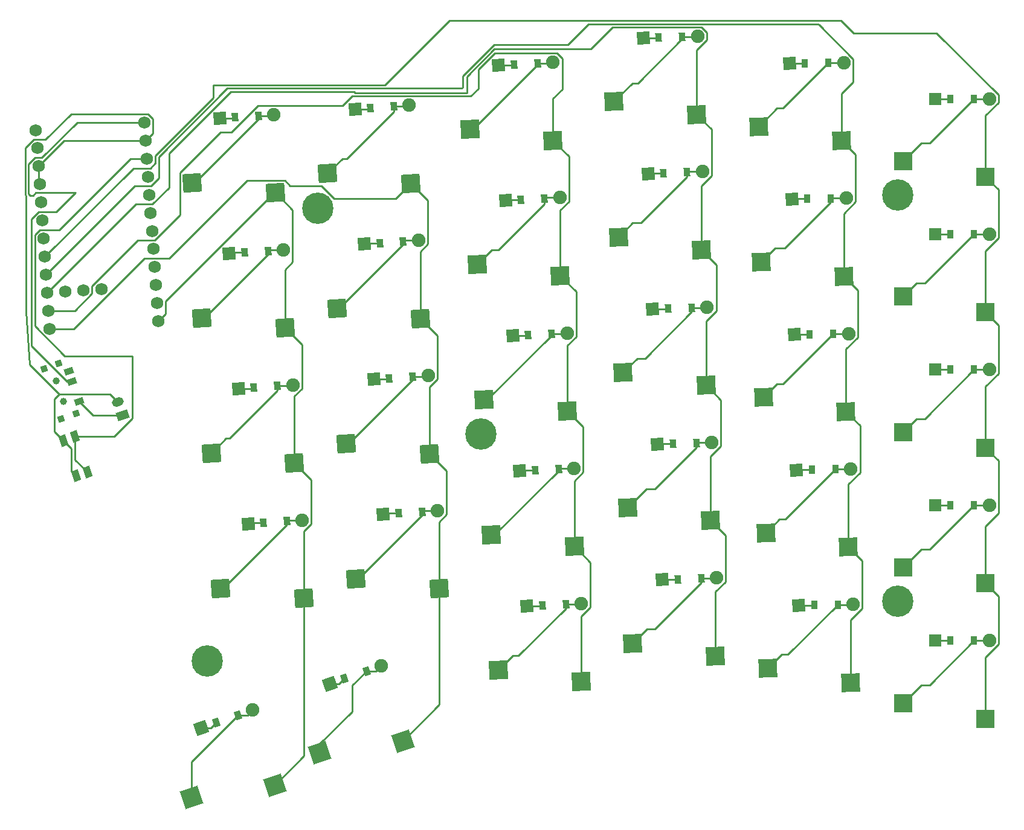
<source format=gbr>
%TF.GenerationSoftware,KiCad,Pcbnew,8.0.4*%
%TF.CreationDate,2024-08-23T21:58:39-04:00*%
%TF.ProjectId,right,72696768-742e-46b6-9963-61645f706362,v1.0.0*%
%TF.SameCoordinates,Original*%
%TF.FileFunction,Copper,L2,Bot*%
%TF.FilePolarity,Positive*%
%FSLAX46Y46*%
G04 Gerber Fmt 4.6, Leading zero omitted, Abs format (unit mm)*
G04 Created by KiCad (PCBNEW 8.0.4) date 2024-08-23 21:58:39*
%MOMM*%
%LPD*%
G01*
G04 APERTURE LIST*
G04 Aperture macros list*
%AMHorizOval*
0 Thick line with rounded ends*
0 $1 width*
0 $2 $3 position (X,Y) of the first rounded end (center of the circle)*
0 $4 $5 position (X,Y) of the second rounded end (center of the circle)*
0 Add line between two ends*
20,1,$1,$2,$3,$4,$5,0*
0 Add two circle primitives to create the rounded ends*
1,1,$1,$2,$3*
1,1,$1,$4,$5*%
%AMRotRect*
0 Rectangle, with rotation*
0 The origin of the aperture is its center*
0 $1 length*
0 $2 width*
0 $3 Rotation angle, in degrees counterclockwise*
0 Add horizontal line*
21,1,$1,$2,0,0,$3*%
G04 Aperture macros list end*
%TA.AperFunction,SMDPad,CuDef*%
%ADD10RotRect,0.900000X0.900000X109.000000*%
%TD*%
%TA.AperFunction,WasherPad*%
%ADD11C,1.000000*%
%TD*%
%TA.AperFunction,SMDPad,CuDef*%
%ADD12RotRect,0.900000X1.250000X109.000000*%
%TD*%
%TA.AperFunction,ComponentPad*%
%ADD13C,1.752600*%
%TD*%
%TA.AperFunction,SMDPad,CuDef*%
%ADD14RotRect,2.600000X2.600000X182.000000*%
%TD*%
%TA.AperFunction,ComponentPad*%
%ADD15RotRect,1.778000X1.778000X1.000000*%
%TD*%
%TA.AperFunction,SMDPad,CuDef*%
%ADD16RotRect,0.900000X1.200000X1.000000*%
%TD*%
%TA.AperFunction,ComponentPad*%
%ADD17C,1.905000*%
%TD*%
%TA.AperFunction,ComponentPad*%
%ADD18RotRect,1.778000X1.778000X3.000000*%
%TD*%
%TA.AperFunction,SMDPad,CuDef*%
%ADD19RotRect,0.900000X1.200000X3.000000*%
%TD*%
%TA.AperFunction,ComponentPad*%
%ADD20C,0.700000*%
%TD*%
%TA.AperFunction,ComponentPad*%
%ADD21C,4.400000*%
%TD*%
%TA.AperFunction,ComponentPad*%
%ADD22RotRect,1.778000X1.778000X4.000000*%
%TD*%
%TA.AperFunction,SMDPad,CuDef*%
%ADD23RotRect,0.900000X1.200000X4.000000*%
%TD*%
%TA.AperFunction,SMDPad,CuDef*%
%ADD24RotRect,2.600000X2.600000X184.000000*%
%TD*%
%TA.AperFunction,SMDPad,CuDef*%
%ADD25RotRect,2.600000X2.600000X183.000000*%
%TD*%
%TA.AperFunction,ComponentPad*%
%ADD26R,1.778000X1.778000*%
%TD*%
%TA.AperFunction,SMDPad,CuDef*%
%ADD27R,0.900000X1.200000*%
%TD*%
%TA.AperFunction,ComponentPad*%
%ADD28RotRect,1.778000X1.778000X2.000000*%
%TD*%
%TA.AperFunction,SMDPad,CuDef*%
%ADD29RotRect,0.900000X1.200000X2.000000*%
%TD*%
%TA.AperFunction,ComponentPad*%
%ADD30RotRect,1.778000X1.778000X19.000000*%
%TD*%
%TA.AperFunction,SMDPad,CuDef*%
%ADD31RotRect,0.900000X1.200000X19.000000*%
%TD*%
%TA.AperFunction,SMDPad,CuDef*%
%ADD32R,2.600000X2.600000*%
%TD*%
%TA.AperFunction,SMDPad,CuDef*%
%ADD33RotRect,2.600000X2.600000X199.000000*%
%TD*%
%TA.AperFunction,SMDPad,CuDef*%
%ADD34RotRect,2.600000X2.600000X181.000000*%
%TD*%
%TA.AperFunction,SMDPad,CuDef*%
%ADD35RotRect,1.550000X1.000000X109.000000*%
%TD*%
%TA.AperFunction,ComponentPad*%
%ADD36RotRect,1.200000X1.700000X109.000000*%
%TD*%
%TA.AperFunction,ComponentPad*%
%ADD37HorizOval,1.200000X0.236380X0.081392X-0.236380X-0.081392X0*%
%TD*%
%TA.AperFunction,Conductor*%
%ADD38C,0.250000*%
%TD*%
G04 APERTURE END LIST*
D10*
%TO.P,T1,*%
%TO.N,*%
X223529671Y-163874580D03*
X225609812Y-163158330D03*
D11*
X223853491Y-161436314D03*
X222876787Y-158599758D03*
D10*
X221120466Y-156877742D03*
X223200607Y-156161492D03*
D12*
%TO.P,T1,1*%
%TO.N,pos*%
X226059618Y-161469899D03*
%TO.P,T1,2*%
%TO.N,RAW*%
X225082914Y-158633343D03*
%TO.P,T1,3*%
%TO.N,N/C*%
X224594562Y-157215065D03*
%TD*%
D13*
%TO.P,MCU1,1*%
%TO.N,P006*%
X220009645Y-123400285D03*
%TO.P,MCU1,2*%
%TO.N,P008*%
X220186826Y-125934097D03*
%TO.P,MCU1,3*%
%TO.N,GND*%
X220364008Y-128467910D03*
%TO.P,MCU1,4*%
X220541189Y-131001723D03*
%TO.P,MCU1,5*%
%TO.N,P017*%
X220718371Y-133535535D03*
%TO.P,MCU1,6*%
%TO.N,P020*%
X220895552Y-136069348D03*
%TO.P,MCU1,7*%
%TO.N,P022*%
X221072734Y-138603161D03*
%TO.P,MCU1,8*%
%TO.N,P024*%
X221249915Y-141136973D03*
%TO.P,MCU1,9*%
%TO.N,P100*%
X221427097Y-143670786D03*
%TO.P,MCU1,10*%
%TO.N,P011*%
X221604278Y-146204599D03*
%TO.P,MCU1,11*%
%TO.N,P104*%
X221781459Y-148738411D03*
%TO.P,MCU1,12*%
%TO.N,P106*%
X221958641Y-151272224D03*
%TO.P,MCU1,13*%
%TO.N,P009*%
X237161517Y-150209135D03*
%TO.P,MCU1,14*%
%TO.N,P010*%
X236984336Y-147675323D03*
%TO.P,MCU1,15*%
%TO.N,P111*%
X236807154Y-145141510D03*
%TO.P,MCU1,16*%
%TO.N,P113*%
X236629973Y-142607697D03*
%TO.P,MCU1,17*%
%TO.N,P115*%
X236452791Y-140073885D03*
%TO.P,MCU1,18*%
%TO.N,P002*%
X236275610Y-137540072D03*
%TO.P,MCU1,19*%
%TO.N,P029*%
X236098428Y-135006259D03*
%TO.P,MCU1,20*%
%TO.N,P031*%
X235921247Y-132472447D03*
%TO.P,MCU1,21*%
%TO.N,VCC*%
X235744065Y-129938634D03*
%TO.P,MCU1,22*%
%TO.N,RST*%
X235566884Y-127404821D03*
%TO.P,MCU1,23*%
%TO.N,GND*%
X235389703Y-124871009D03*
%TO.P,MCU1,24*%
%TO.N,RAW*%
X235212521Y-122337196D03*
%TO.P,MCU1,31*%
%TO.N,P101*%
X224138091Y-146027417D03*
%TO.P,MCU1,32*%
%TO.N,P102*%
X226671903Y-145850236D03*
%TO.P,MCU1,33*%
%TO.N,P107*%
X229205716Y-145673054D03*
%TD*%
D14*
%TO.P,S13,1*%
%TO.N,P011*%
X313923827Y-159187434D03*
%TO.P,S13,2*%
%TO.N,mirror_ring_home*%
X302304084Y-157391863D03*
%TD*%
D15*
%TO.P,D10,1*%
%TO.N,P031*%
X325613202Y-114078831D03*
D16*
X327772873Y-114041133D03*
%TO.P,D10,2*%
%TO.N,mirror_pinky_num*%
X331072371Y-113983541D03*
D17*
X333232042Y-113945843D03*
%TD*%
D18*
%TO.P,D16,1*%
%TO.N,P113*%
X288819165Y-190199720D03*
D19*
X290976205Y-190086674D03*
%TO.P,D16,2*%
%TO.N,mirror_middle_mod*%
X294271683Y-189913966D03*
D17*
X296428723Y-189800920D03*
%TD*%
D20*
%TO.P,_3,1*%
%TO.N,N/C*%
X280706308Y-166091274D03*
X281127858Y-164900855D03*
X281249982Y-167231109D03*
X282267693Y-164357181D03*
D21*
X282354047Y-166004920D03*
D20*
X282440401Y-167652659D03*
X283458112Y-164778731D03*
X283580236Y-167108985D03*
X284001786Y-165918566D03*
%TD*%
D22*
%TO.P,D21,1*%
%TO.N,P115*%
X268698468Y-177305233D03*
D23*
X270853206Y-177154559D03*
%TO.P,D21,2*%
%TO.N,mirror_index_bottom*%
X274145168Y-176924363D03*
D17*
X276299906Y-176773689D03*
%TD*%
D22*
%TO.P,D25,1*%
%TO.N,P115*%
X249744751Y-178630606D03*
D23*
X251899489Y-178479932D03*
%TO.P,D25,2*%
%TO.N,mirror_inner_bottom*%
X255191451Y-178249736D03*
D17*
X257346189Y-178099062D03*
%TD*%
D18*
%TO.P,D17,1*%
%TO.N,P115*%
X287824782Y-171225759D03*
D19*
X289981822Y-171112713D03*
%TO.P,D17,2*%
%TO.N,mirror_middle_bottom*%
X293277300Y-170940005D03*
D17*
X295434340Y-170826959D03*
%TD*%
D15*
%TO.P,D6,1*%
%TO.N,P113*%
X326939585Y-190067256D03*
D16*
X329099256Y-190029558D03*
%TO.P,D6,2*%
%TO.N,mirror_pinky_mod*%
X332398754Y-189971966D03*
D17*
X334558425Y-189934268D03*
%TD*%
D24*
%TO.P,S23,1*%
%TO.N,P106*%
X273879296Y-149826902D03*
%TO.P,S23,2*%
%TO.N,mirror_index_top*%
X262203967Y-148437948D03*
%TD*%
D25*
%TO.P,S19,1*%
%TO.N,P104*%
X293484385Y-143842029D03*
%TO.P,S19,2*%
%TO.N,mirror_middle_top*%
X281835074Y-142249525D03*
%TD*%
D26*
%TO.P,D4,1*%
%TO.N,P029*%
X346026267Y-138000000D03*
D27*
X348186267Y-138000000D03*
%TO.P,D4,2*%
%TO.N,mirror_outer_top*%
X351486267Y-138000000D03*
D17*
X353646267Y-138000000D03*
%TD*%
D28*
%TO.P,D15,1*%
%TO.N,P031*%
X305134813Y-110514515D03*
D29*
X307293497Y-110439132D03*
%TO.P,D15,2*%
%TO.N,mirror_ring_num*%
X310591487Y-110323964D03*
D17*
X312750171Y-110248581D03*
%TD*%
D30*
%TO.P,D29,1*%
%TO.N,P113*%
X261171833Y-201044565D03*
D31*
X263214153Y-200341337D03*
%TO.P,D29,2*%
%TO.N,mirror_space_thumb*%
X266334365Y-199266963D03*
D17*
X268376685Y-198563735D03*
%TD*%
D20*
%TO.P,_2,1*%
%TO.N,N/C*%
X339186267Y-189500000D03*
X339669541Y-188333274D03*
X339669541Y-190666726D03*
X340836267Y-187850000D03*
D21*
X340836267Y-189500000D03*
D20*
X340836267Y-191150000D03*
X342002993Y-188333274D03*
X342002993Y-190666726D03*
X342486267Y-189500000D03*
%TD*%
D32*
%TO.P,S3,1*%
%TO.N,P024*%
X353111267Y-167950000D03*
%TO.P,S3,2*%
%TO.N,mirror_outer_home*%
X341561267Y-165750000D03*
%TD*%
D30*
%TO.P,D30,1*%
%TO.N,P113*%
X243206980Y-207230360D03*
D31*
X245249300Y-206527132D03*
%TO.P,D30,2*%
%TO.N,mirror_mod_thumb*%
X248369512Y-205452758D03*
D17*
X250411832Y-204749530D03*
%TD*%
D33*
%TO.P,S29,1*%
%TO.N,P106*%
X271435803Y-209091343D03*
%TO.P,S29,2*%
%TO.N,mirror_space_thumb*%
X259798813Y-210771514D03*
%TD*%
D34*
%TO.P,S10,1*%
%TO.N,P100*%
X332888227Y-124903512D03*
%TO.P,S10,2*%
%TO.N,mirror_pinky_num*%
X321301591Y-122905423D03*
%TD*%
D32*
%TO.P,S1,1*%
%TO.N,P024*%
X353111267Y-205950000D03*
%TO.P,S1,2*%
%TO.N,mirror_outer_mod*%
X341561267Y-203750000D03*
%TD*%
D24*
%TO.P,S28,1*%
%TO.N,P009*%
X253600206Y-132198558D03*
%TO.P,S28,2*%
%TO.N,mirror_inner_num*%
X241924877Y-130809604D03*
%TD*%
D18*
%TO.P,D20,1*%
%TO.N,P031*%
X284841632Y-114303875D03*
D19*
X286998672Y-114190829D03*
%TO.P,D20,2*%
%TO.N,mirror_middle_num*%
X290294150Y-114018121D03*
D17*
X292451190Y-113905075D03*
%TD*%
D18*
%TO.P,D18,1*%
%TO.N,P002*%
X286830399Y-152251798D03*
D19*
X288987439Y-152138752D03*
%TO.P,D18,2*%
%TO.N,mirror_middle_home*%
X292282917Y-151966044D03*
D17*
X294439957Y-151852998D03*
%TD*%
D22*
%TO.P,D27,1*%
%TO.N,P029*%
X247094005Y-140723172D03*
D23*
X249248743Y-140572498D03*
%TO.P,D27,2*%
%TO.N,mirror_inner_top*%
X252540705Y-140342302D03*
D17*
X254695443Y-140191628D03*
%TD*%
D22*
%TO.P,D24,1*%
%TO.N,P031*%
X264722349Y-120444082D03*
D23*
X266877087Y-120293408D03*
%TO.P,D24,2*%
%TO.N,mirror_index_num*%
X270169049Y-120063212D03*
D17*
X272323787Y-119912538D03*
%TD*%
D20*
%TO.P,_1,1*%
%TO.N,N/C*%
X339186267Y-132500000D03*
X339669541Y-131333274D03*
X339669541Y-133666726D03*
X340836267Y-130850000D03*
D21*
X340836267Y-132500000D03*
D20*
X340836267Y-134150000D03*
X342002993Y-131333274D03*
X342002993Y-133666726D03*
X342486267Y-132500000D03*
%TD*%
D28*
%TO.P,D11,1*%
%TO.N,P113*%
X307787175Y-186468218D03*
D29*
X309945859Y-186392835D03*
%TO.P,D11,2*%
%TO.N,mirror_ring_mod*%
X313243849Y-186277667D03*
D17*
X315402533Y-186202284D03*
%TD*%
D28*
%TO.P,D14,1*%
%TO.N,P029*%
X305797903Y-129502941D03*
D29*
X307956587Y-129427558D03*
%TO.P,D14,2*%
%TO.N,mirror_ring_top*%
X311254577Y-129312390D03*
D17*
X313413261Y-129237007D03*
%TD*%
D20*
%TO.P,_5,1*%
%TO.N,N/C*%
X242449414Y-198395672D03*
X242526510Y-197135173D03*
X243286208Y-199341495D03*
X244546707Y-199418591D03*
D21*
X244009520Y-197858485D03*
D20*
X243472333Y-196298379D03*
X244732832Y-196375475D03*
X245492530Y-198581797D03*
X245569626Y-197321298D03*
%TD*%
D25*
%TO.P,S17,1*%
%TO.N,P104*%
X295473152Y-181789952D03*
%TO.P,S17,2*%
%TO.N,mirror_middle_bottom*%
X283823841Y-180197448D03*
%TD*%
D24*
%TO.P,S22,1*%
%TO.N,P106*%
X275204669Y-168780619D03*
%TO.P,S22,2*%
%TO.N,mirror_index_home*%
X263529340Y-167391665D03*
%TD*%
D15*
%TO.P,D8,1*%
%TO.N,P002*%
X326276393Y-152073043D03*
D16*
X328436064Y-152035345D03*
%TO.P,D8,2*%
%TO.N,mirror_pinky_home*%
X331735562Y-151977753D03*
D17*
X333895233Y-151940055D03*
%TD*%
D26*
%TO.P,D5,1*%
%TO.N,P031*%
X346026267Y-119000000D03*
D27*
X348186267Y-119000000D03*
%TO.P,D5,2*%
%TO.N,mirror_outer_num*%
X351486267Y-119000000D03*
D17*
X353646267Y-119000000D03*
%TD*%
D26*
%TO.P,D1,1*%
%TO.N,P113*%
X346026267Y-195000000D03*
D27*
X348186267Y-195000000D03*
%TO.P,D1,2*%
%TO.N,mirror_outer_mod*%
X351486267Y-195000000D03*
D17*
X353646267Y-195000000D03*
%TD*%
D34*
%TO.P,S7,1*%
%TO.N,P100*%
X333883014Y-181894831D03*
%TO.P,S7,2*%
%TO.N,mirror_pinky_bottom*%
X322296378Y-179896742D03*
%TD*%
D33*
%TO.P,S30,1*%
%TO.N,P009*%
X253470950Y-215277137D03*
%TO.P,S30,2*%
%TO.N,mirror_mod_thumb*%
X241833960Y-216957308D03*
%TD*%
D32*
%TO.P,S4,1*%
%TO.N,P024*%
X353111267Y-148950000D03*
%TO.P,S4,2*%
%TO.N,mirror_outer_top*%
X341561267Y-146750000D03*
%TD*%
D24*
%TO.P,S24,1*%
%TO.N,P106*%
X272553923Y-130873185D03*
%TO.P,S24,2*%
%TO.N,mirror_index_num*%
X260878594Y-129484231D03*
%TD*%
%TO.P,S21,1*%
%TO.N,P106*%
X276530042Y-187734336D03*
%TO.P,S21,2*%
%TO.N,mirror_index_bottom*%
X264854713Y-186345382D03*
%TD*%
D15*
%TO.P,D7,1*%
%TO.N,P115*%
X326607989Y-171070149D03*
D16*
X328767660Y-171032451D03*
%TO.P,D7,2*%
%TO.N,mirror_pinky_bottom*%
X332067158Y-170974859D03*
D17*
X334226829Y-170937161D03*
%TD*%
D26*
%TO.P,D2,1*%
%TO.N,P115*%
X346026267Y-176000000D03*
D27*
X348186267Y-176000000D03*
%TO.P,D2,2*%
%TO.N,mirror_outer_bottom*%
X351486267Y-176000000D03*
D17*
X353646267Y-176000000D03*
%TD*%
D35*
%TO.P,B1,1*%
%TO.N,GND*%
X225609161Y-171910365D03*
X223899928Y-166946393D03*
%TO.P,B1,2*%
%TO.N,RST*%
X227216542Y-171356899D03*
X225507309Y-166392927D03*
%TD*%
D32*
%TO.P,S2,1*%
%TO.N,P024*%
X353111267Y-186950000D03*
%TO.P,S2,2*%
%TO.N,mirror_outer_bottom*%
X341561267Y-184750000D03*
%TD*%
D34*
%TO.P,S9,1*%
%TO.N,P100*%
X333219823Y-143900618D03*
%TO.P,S9,2*%
%TO.N,mirror_pinky_top*%
X321633187Y-141902529D03*
%TD*%
D20*
%TO.P,_4,1*%
%TO.N,N/C*%
X257843159Y-134458088D03*
X258243869Y-133260493D03*
X258406643Y-135588261D03*
X259374042Y-132697009D03*
D21*
X259489140Y-134342990D03*
D20*
X259604238Y-135988971D03*
X260571637Y-133097719D03*
X260734411Y-135425487D03*
X261135121Y-134227892D03*
%TD*%
D14*
%TO.P,S15,1*%
%TO.N,P011*%
X312597646Y-121210582D03*
%TO.P,S15,2*%
%TO.N,mirror_ring_num*%
X300977903Y-119415011D03*
%TD*%
D24*
%TO.P,S27,1*%
%TO.N,P009*%
X254925579Y-151152275D03*
%TO.P,S27,2*%
%TO.N,mirror_inner_top*%
X243250250Y-149763321D03*
%TD*%
D25*
%TO.P,S16,1*%
%TO.N,P104*%
X296467535Y-200763913D03*
%TO.P,S16,2*%
%TO.N,mirror_middle_mod*%
X284818224Y-199171409D03*
%TD*%
D36*
%TO.P,JST1,1*%
%TO.N,pos*%
X232158839Y-163441609D03*
D37*
%TO.P,JST1,2*%
%TO.N,GND*%
X231507703Y-161550571D03*
%TD*%
D34*
%TO.P,S8,1*%
%TO.N,P100*%
X333551418Y-162897725D03*
%TO.P,S8,2*%
%TO.N,mirror_pinky_home*%
X321964782Y-160899636D03*
%TD*%
D28*
%TO.P,D12,1*%
%TO.N,P115*%
X307124084Y-167479792D03*
D29*
X309282768Y-167404409D03*
%TO.P,D12,2*%
%TO.N,mirror_ring_bottom*%
X312580758Y-167289241D03*
D17*
X314739442Y-167213858D03*
%TD*%
D25*
%TO.P,S18,1*%
%TO.N,P104*%
X294478768Y-162815990D03*
%TO.P,S18,2*%
%TO.N,mirror_middle_home*%
X282829457Y-161223486D03*
%TD*%
D14*
%TO.P,S14,1*%
%TO.N,P011*%
X313260737Y-140199008D03*
%TO.P,S14,2*%
%TO.N,mirror_ring_top*%
X301640994Y-138403437D03*
%TD*%
D22*
%TO.P,D26,1*%
%TO.N,P002*%
X248419378Y-159676889D03*
D23*
X250574116Y-159526215D03*
%TO.P,D26,2*%
%TO.N,mirror_inner_home*%
X253866078Y-159296019D03*
D17*
X256020816Y-159145345D03*
%TD*%
D26*
%TO.P,D3,1*%
%TO.N,P002*%
X346026267Y-157000000D03*
D27*
X348186267Y-157000000D03*
%TO.P,D3,2*%
%TO.N,mirror_outer_home*%
X351486267Y-157000000D03*
D17*
X353646267Y-157000000D03*
%TD*%
D14*
%TO.P,S11,1*%
%TO.N,P011*%
X315250008Y-197164285D03*
%TO.P,S11,2*%
%TO.N,mirror_ring_mod*%
X303630265Y-195368714D03*
%TD*%
D25*
%TO.P,S20,1*%
%TO.N,P104*%
X292490002Y-124868068D03*
%TO.P,S20,2*%
%TO.N,mirror_middle_num*%
X280840691Y-123275564D03*
%TD*%
D34*
%TO.P,S6,1*%
%TO.N,P100*%
X334214610Y-200891937D03*
%TO.P,S6,2*%
%TO.N,mirror_pinky_mod*%
X322627974Y-198893848D03*
%TD*%
D14*
%TO.P,S12,1*%
%TO.N,P011*%
X314586918Y-178175859D03*
%TO.P,S12,2*%
%TO.N,mirror_ring_bottom*%
X302967175Y-176380288D03*
%TD*%
D28*
%TO.P,D13,1*%
%TO.N,P002*%
X306460994Y-148491366D03*
D29*
X308619678Y-148415983D03*
%TO.P,D13,2*%
%TO.N,mirror_ring_home*%
X311917668Y-148300815D03*
D17*
X314076352Y-148225432D03*
%TD*%
D22*
%TO.P,D22,1*%
%TO.N,P002*%
X267373095Y-158351516D03*
D23*
X269527833Y-158200842D03*
%TO.P,D22,2*%
%TO.N,mirror_index_home*%
X272819795Y-157970646D03*
D17*
X274974533Y-157819972D03*
%TD*%
D22*
%TO.P,D28,1*%
%TO.N,P031*%
X245768632Y-121769455D03*
D23*
X247923370Y-121618781D03*
%TO.P,D28,2*%
%TO.N,mirror_inner_num*%
X251215332Y-121388585D03*
D17*
X253370070Y-121237911D03*
%TD*%
D24*
%TO.P,S26,1*%
%TO.N,P009*%
X256250952Y-170105992D03*
%TO.P,S26,2*%
%TO.N,mirror_inner_home*%
X244575623Y-168717038D03*
%TD*%
D32*
%TO.P,S5,1*%
%TO.N,P024*%
X353111267Y-129950000D03*
%TO.P,S5,2*%
%TO.N,mirror_outer_num*%
X341561267Y-127750000D03*
%TD*%
D15*
%TO.P,D9,1*%
%TO.N,P029*%
X325944798Y-133075937D03*
D16*
X328104469Y-133038239D03*
%TO.P,D9,2*%
%TO.N,mirror_pinky_top*%
X331403967Y-132980647D03*
D17*
X333563638Y-132942949D03*
%TD*%
D24*
%TO.P,S25,1*%
%TO.N,P009*%
X257576325Y-189059709D03*
%TO.P,S25,2*%
%TO.N,mirror_inner_bottom*%
X245900996Y-187670755D03*
%TD*%
D22*
%TO.P,D23,1*%
%TO.N,P029*%
X266047722Y-139397799D03*
D23*
X268202460Y-139247125D03*
%TO.P,D23,2*%
%TO.N,mirror_index_top*%
X271494422Y-139016929D03*
D17*
X273649160Y-138866255D03*
%TD*%
D18*
%TO.P,D19,1*%
%TO.N,P029*%
X285836015Y-133277837D03*
D19*
X287993055Y-133164791D03*
%TO.P,D19,2*%
%TO.N,mirror_middle_top*%
X291288533Y-132992083D03*
D17*
X293445573Y-132879037D03*
%TD*%
D38*
%TO.N,P024*%
X354923767Y-157529158D02*
X354923767Y-150762500D01*
X353111267Y-197341658D02*
X354923767Y-195529158D01*
X353111267Y-129950000D02*
X353111267Y-121341658D01*
X354923767Y-177136501D02*
X354923767Y-169762500D01*
X245000000Y-117100000D02*
X244859607Y-117100000D01*
X353111267Y-121341658D02*
X354923767Y-119529158D01*
X244859607Y-118903997D02*
X236768184Y-126995420D01*
X353111267Y-205950000D02*
X353111267Y-197341658D01*
X353111267Y-159341658D02*
X354923767Y-157529158D01*
X268900000Y-117100000D02*
X245000000Y-117100000D01*
X354923767Y-169762500D02*
X353111267Y-167950000D01*
X354923767Y-195529158D02*
X354923767Y-188762500D01*
X354923767Y-131762500D02*
X353111267Y-129950000D01*
X354923767Y-138529158D02*
X354923767Y-131762500D01*
X354923767Y-119529158D02*
X354923767Y-118470842D01*
X354923767Y-118470842D02*
X346252925Y-109800000D01*
X354923767Y-150762500D02*
X353111267Y-148950000D01*
X236768184Y-126995420D02*
X236768184Y-128031816D01*
X354923767Y-188762500D02*
X353111267Y-186950000D01*
X236768184Y-128031816D02*
X236062666Y-128737334D01*
X346252925Y-109800000D02*
X334600000Y-109800000D01*
X353111267Y-148950000D02*
X353111267Y-140341658D01*
X236062666Y-128737334D02*
X233649554Y-128737334D01*
X278000000Y-108000000D02*
X268900000Y-117100000D01*
X233649554Y-128737334D02*
X221249915Y-141136973D01*
X353111267Y-186950000D02*
X353111267Y-178949001D01*
X332800000Y-108000000D02*
X278000000Y-108000000D01*
X353111267Y-140341658D02*
X354923767Y-138529158D01*
X334600000Y-109800000D02*
X332800000Y-108000000D01*
X353111267Y-178949001D02*
X354923767Y-177136501D01*
X353111267Y-167950000D02*
X353111267Y-159341658D01*
X244859607Y-117100000D02*
X244859607Y-118903997D01*
%TO.N,mirror_outer_mod*%
X351486267Y-195000000D02*
X353646267Y-195000000D01*
X345260367Y-201225900D02*
X351486267Y-195000000D01*
X344085367Y-201225900D02*
X345260367Y-201225900D01*
X341561267Y-203750000D02*
X344085367Y-201225900D01*
%TO.N,mirror_outer_bottom*%
X345260367Y-182225900D02*
X351486267Y-176000000D01*
X353646267Y-176000000D02*
X351486267Y-176000000D01*
X341561267Y-184750000D02*
X344085367Y-182225900D01*
X344085367Y-182225900D02*
X345260367Y-182225900D01*
%TO.N,mirror_outer_home*%
X343436267Y-163875000D02*
X344611267Y-163875000D01*
X351486267Y-157000000D02*
X353646267Y-157000000D01*
X341561267Y-165750000D02*
X343436267Y-163875000D01*
X344611267Y-163875000D02*
X351486267Y-157000000D01*
%TO.N,mirror_outer_top*%
X343436267Y-144875000D02*
X344611267Y-144875000D01*
X341561267Y-146750000D02*
X343436267Y-144875000D01*
X344611267Y-144875000D02*
X351486267Y-138000000D01*
X353646267Y-138000000D02*
X351486267Y-138000000D01*
%TO.N,mirror_outer_num*%
X345260367Y-125225900D02*
X351486267Y-119000000D01*
X344085367Y-125225900D02*
X345260367Y-125225900D01*
X351486267Y-119000000D02*
X353646267Y-119000000D01*
X341561267Y-127750000D02*
X344085367Y-125225900D01*
%TO.N,P100*%
X237218184Y-127181816D02*
X237218184Y-130163410D01*
X233826736Y-131271147D02*
X221427097Y-143670786D01*
X246850000Y-117550000D02*
X237218184Y-127181816D01*
X334214610Y-192084741D02*
X335835925Y-190463426D01*
X297478919Y-108521081D02*
X329613939Y-108521081D01*
X294600000Y-111400000D02*
X297478919Y-108521081D01*
X329746429Y-108653571D02*
X329613938Y-108521081D01*
X279800000Y-115837531D02*
X284237531Y-111400000D01*
X279650000Y-117550000D02*
X279800000Y-117400000D01*
X335172733Y-145853528D02*
X333219823Y-143900618D01*
X279800000Y-117400000D02*
X279800000Y-115837531D01*
X334509542Y-113416685D02*
X329746429Y-108653571D01*
X237218184Y-130163410D02*
X236110447Y-131271147D01*
X334509542Y-116690458D02*
X334509542Y-113416685D01*
X333883014Y-173087634D02*
X335504329Y-171466319D01*
X335835925Y-183847742D02*
X333883014Y-181894831D01*
X335172733Y-152469213D02*
X335172733Y-145853528D01*
X329613939Y-108521081D02*
X329746429Y-108653571D01*
X236110447Y-131271147D02*
X233826736Y-131271147D01*
X333551418Y-162897725D02*
X333551418Y-154090528D01*
X334841138Y-126856423D02*
X332888227Y-124903512D01*
X246850000Y-117550000D02*
X279650000Y-117550000D01*
X332888227Y-118311773D02*
X334509542Y-116690458D01*
X333219823Y-135093422D02*
X334841138Y-133472107D01*
X334214610Y-200891937D02*
X334214610Y-192084741D01*
X334841138Y-133472107D02*
X334841138Y-126856423D01*
X335504329Y-171466319D02*
X335504329Y-164850636D01*
X335504329Y-164850636D02*
X333551418Y-162897725D01*
X332888227Y-124903512D02*
X332888227Y-118311773D01*
X335835925Y-190463426D02*
X335835925Y-183847742D01*
X284237531Y-111400000D02*
X294600000Y-111400000D01*
X333219823Y-143900618D02*
X333219823Y-135093422D01*
X333883014Y-181894831D02*
X333883014Y-173087634D01*
X333551418Y-154090528D02*
X335172733Y-152469213D01*
%TO.N,mirror_pinky_mod*%
X325409029Y-196961691D02*
X332398754Y-189971966D01*
X332398754Y-189971966D02*
X334520727Y-189971966D01*
X322627974Y-198893848D02*
X324560131Y-196961691D01*
X334520727Y-189971966D02*
X334558425Y-189934268D01*
X324560131Y-196961691D02*
X325409029Y-196961691D01*
%TO.N,mirror_pinky_bottom*%
X332104856Y-170937161D02*
X332067158Y-170974859D01*
X334226829Y-170937161D02*
X332104856Y-170937161D01*
X322296378Y-179896742D02*
X324228535Y-177964585D01*
X325077432Y-177964585D02*
X332067158Y-170974859D01*
X324228535Y-177964585D02*
X325077432Y-177964585D01*
%TO.N,mirror_pinky_home*%
X321964782Y-160899636D02*
X323896939Y-158967479D01*
X323896939Y-158967479D02*
X324745836Y-158967479D01*
X333857535Y-151977753D02*
X333895233Y-151940055D01*
X324745836Y-158967479D02*
X331735562Y-151977753D01*
X331735562Y-151977753D02*
X333857535Y-151977753D01*
%TO.N,mirror_pinky_top*%
X331403967Y-133491195D02*
X331403967Y-132980647D01*
X323565344Y-139970372D02*
X324924790Y-139970372D01*
X321633187Y-141902529D02*
X323565344Y-139970372D01*
X333563638Y-132942949D02*
X331441665Y-132942949D01*
X331441665Y-132942949D02*
X331403967Y-132980647D01*
X324924790Y-139970372D02*
X331403967Y-133491195D01*
%TO.N,mirror_pinky_num*%
X321301591Y-122905423D02*
X323873551Y-120333463D01*
X324722449Y-120333463D02*
X331072371Y-113983541D01*
X333194344Y-113983541D02*
X333232042Y-113945843D01*
X331072371Y-113983541D02*
X333194344Y-113983541D01*
X323873551Y-120333463D02*
X324722449Y-120333463D01*
%TO.N,P011*%
X247304797Y-118000000D02*
X238646479Y-126658318D01*
X300828919Y-108971081D02*
X297800000Y-112000000D01*
X316680033Y-180268974D02*
X314586918Y-178175859D01*
X314690761Y-129766165D02*
X314690761Y-123303697D01*
X312597646Y-112207764D02*
X314027671Y-110777739D01*
X314586918Y-169173040D02*
X316016942Y-167743016D01*
X313923827Y-150184615D02*
X315353852Y-148754590D01*
X264785038Y-118185038D02*
X264600000Y-118000000D01*
X315250008Y-197164285D02*
X315250008Y-188161467D01*
X314027671Y-110777739D02*
X314027671Y-109719423D01*
X313923827Y-159187434D02*
X313923827Y-150184615D01*
X314027671Y-109719423D02*
X313279329Y-108971081D01*
X280400000Y-118185038D02*
X264785038Y-118185038D01*
X315250008Y-188161467D02*
X316680033Y-186731442D01*
X316016942Y-167743016D02*
X316016942Y-161280549D01*
X312597646Y-121210582D02*
X312597646Y-112207764D01*
X313260737Y-140199008D02*
X313260737Y-131196189D01*
X313279329Y-108971081D02*
X300828919Y-108971081D01*
X234003918Y-133804959D02*
X221604278Y-146204599D01*
X284273927Y-112000000D02*
X280400000Y-115873927D01*
X316016942Y-161280549D02*
X313923827Y-159187434D01*
X315353852Y-148754590D02*
X315353852Y-142292123D01*
X314586918Y-178175859D02*
X314586918Y-169173040D01*
X238646479Y-126658318D02*
X238646479Y-131446110D01*
X316680033Y-186731442D02*
X316680033Y-180268974D01*
X313260737Y-131196189D02*
X314690761Y-129766165D01*
X236287630Y-133804959D02*
X234003918Y-133804959D01*
X280400000Y-115873927D02*
X280400000Y-118185038D01*
X297800000Y-112000000D02*
X284273927Y-112000000D01*
X314690761Y-123303697D02*
X312597646Y-121210582D01*
X264600000Y-118000000D02*
X247304797Y-118000000D01*
X238646479Y-131446110D02*
X236287630Y-133804959D01*
X315353852Y-142292123D02*
X313260737Y-140199008D01*
%TO.N,mirror_ring_mod*%
X313243849Y-186878033D02*
X313243849Y-186277667D01*
X313243849Y-186277667D02*
X315327150Y-186277667D01*
X306742464Y-193379418D02*
X313243849Y-186878033D01*
X303630265Y-195368714D02*
X305619561Y-193379418D01*
X315327150Y-186277667D02*
X315402533Y-186202284D01*
X305619561Y-193379418D02*
X306742464Y-193379418D01*
%TO.N,mirror_ring_bottom*%
X312656141Y-167213858D02*
X312580758Y-167289241D01*
X306733415Y-173761626D02*
X312580758Y-167914283D01*
X302967175Y-176380288D02*
X305585837Y-173761626D01*
X314739442Y-167213858D02*
X312656141Y-167213858D01*
X305585837Y-173761626D02*
X306733415Y-173761626D01*
X312580758Y-167914283D02*
X312580758Y-167289241D01*
%TO.N,mirror_ring_home*%
X304293380Y-155402567D02*
X305397433Y-155402567D01*
X302304084Y-157391863D02*
X304293380Y-155402567D01*
X305397433Y-155402567D02*
X311917668Y-148882332D01*
X314000969Y-148300815D02*
X314076352Y-148225432D01*
X311917668Y-148882332D02*
X311917668Y-148300815D01*
X311917668Y-148300815D02*
X314000969Y-148300815D01*
%TO.N,mirror_ring_top*%
X303630290Y-136414141D02*
X304777868Y-136414141D01*
X313413261Y-129237007D02*
X311329960Y-129237007D01*
X304777868Y-136414141D02*
X311254577Y-129937432D01*
X311254577Y-129937432D02*
X311254577Y-129312390D01*
X311329960Y-129237007D02*
X311254577Y-129312390D01*
X301640994Y-138403437D02*
X303630290Y-136414141D01*
%TO.N,mirror_ring_num*%
X304403651Y-116796349D02*
X310591487Y-110608513D01*
X310591487Y-110323964D02*
X312674788Y-110323964D01*
X310591487Y-110608513D02*
X310591487Y-110323964D01*
X303596565Y-116796349D02*
X304403651Y-116796349D01*
X312674788Y-110323964D02*
X312750171Y-110248581D01*
X300977903Y-119415011D02*
X303596565Y-116796349D01*
%TO.N,P104*%
X296467535Y-191568766D02*
X297706223Y-190330078D01*
X264298103Y-118635038D02*
X280964962Y-118635038D01*
X284282748Y-112627575D02*
X293027575Y-112627575D01*
X292490002Y-118986642D02*
X292490002Y-124868068D01*
X247401992Y-123684400D02*
X251125981Y-119960411D01*
X221781459Y-148738411D02*
X225482623Y-148738411D01*
X280964962Y-118635038D02*
X282000000Y-117600000D01*
X294723073Y-133408195D02*
X294723073Y-127101139D01*
X294723073Y-127101139D02*
X292490002Y-124868068D01*
X225482623Y-148738411D02*
X227881802Y-146339232D01*
X297706223Y-190330078D02*
X297706223Y-184023023D01*
X227881802Y-146339232D02*
X227881802Y-145298073D01*
X295473152Y-172594805D02*
X296711840Y-171356117D01*
X240212360Y-135302217D02*
X240212360Y-129360652D01*
X296467535Y-200763913D02*
X296467535Y-191568766D01*
X293800000Y-113400000D02*
X293800000Y-117676644D01*
X293800000Y-117676644D02*
X292490002Y-118986642D01*
X234307290Y-138872585D02*
X236641992Y-138872585D01*
X251125981Y-119960411D02*
X262972730Y-119960411D01*
X245888612Y-123684400D02*
X247401992Y-123684400D01*
X293484385Y-134646883D02*
X294723073Y-133408195D01*
X227881802Y-145298073D02*
X234307290Y-138872585D01*
X282000000Y-117600000D02*
X282000000Y-114910323D01*
X297706223Y-184023023D02*
X295473152Y-181789952D01*
X293484385Y-143842029D02*
X293484385Y-134646883D01*
X295717457Y-146075101D02*
X293484385Y-143842029D01*
X294478768Y-153620845D02*
X295717457Y-152382156D01*
X262972730Y-119960411D02*
X264298103Y-118635038D01*
X240212360Y-129360652D02*
X245888612Y-123684400D01*
X295473152Y-181789952D02*
X295473152Y-172594805D01*
X296711840Y-171356117D02*
X296711840Y-165049062D01*
X236641992Y-138872585D02*
X240212360Y-135302217D01*
X295717457Y-152382156D02*
X295717457Y-146075101D01*
X293027575Y-112627575D02*
X293800000Y-113400000D01*
X294478768Y-162815990D02*
X294478768Y-153620845D01*
X282000000Y-114910323D02*
X284282748Y-112627575D01*
X296711840Y-165049062D02*
X294478768Y-162815990D01*
%TO.N,mirror_middle_mod*%
X287661464Y-197125009D02*
X294271683Y-190514790D01*
X286864624Y-197125009D02*
X287661464Y-197125009D01*
X294271683Y-190514790D02*
X294271683Y-189913966D01*
X296315677Y-189913966D02*
X296428723Y-189800920D01*
X284818224Y-199171409D02*
X286864624Y-197125009D01*
X294271683Y-189913966D02*
X296315677Y-189913966D01*
%TO.N,mirror_middle_bottom*%
X284242370Y-180197448D02*
X293277300Y-171162518D01*
X295434340Y-170826959D02*
X293390346Y-170826959D01*
X293277300Y-171162518D02*
X293277300Y-170940005D01*
X283823841Y-180197448D02*
X284242370Y-180197448D01*
X293390346Y-170826959D02*
X293277300Y-170940005D01*
%TO.N,mirror_middle_home*%
X294326911Y-151966044D02*
X294439957Y-151852998D01*
X292282917Y-152188555D02*
X292282917Y-151966044D01*
X292282917Y-151966044D02*
X294326911Y-151966044D01*
X282829457Y-161223486D02*
X283247986Y-161223486D01*
X283247986Y-161223486D02*
X292282917Y-152188555D01*
%TO.N,mirror_middle_top*%
X291401579Y-132879037D02*
X291288533Y-132992083D01*
X283881474Y-140203125D02*
X284815934Y-140203125D01*
X284815934Y-140203125D02*
X291288533Y-133730526D01*
X293445573Y-132879037D02*
X291401579Y-132879037D01*
X281835074Y-142249525D02*
X283881474Y-140203125D01*
X291288533Y-133730526D02*
X291288533Y-132992083D01*
%TO.N,mirror_middle_num*%
X281259220Y-123275564D02*
X290294150Y-114240634D01*
X290294150Y-114240634D02*
X290294150Y-114018121D01*
X290294150Y-114018121D02*
X292338144Y-114018121D01*
X280840691Y-123275564D02*
X281259220Y-123275564D01*
X292338144Y-114018121D02*
X292451190Y-113905075D01*
%TO.N,P106*%
X235193603Y-141406397D02*
X225327776Y-151272224D01*
X274926660Y-139395413D02*
X274926660Y-133245922D01*
X275204669Y-168780619D02*
X275204669Y-159396494D01*
X254940975Y-130486041D02*
X249622503Y-130486041D01*
X271435803Y-209091343D02*
X276530042Y-203997104D01*
X276252033Y-158349130D02*
X276252033Y-152199639D01*
X273879296Y-149826902D02*
X273879296Y-140442777D01*
X255651682Y-131196748D02*
X254940975Y-130486041D01*
X277577406Y-177302847D02*
X277577406Y-171153356D01*
X273879296Y-140442777D02*
X274926660Y-139395413D01*
X276252033Y-152199639D02*
X273879296Y-149826902D01*
X249622503Y-130486041D02*
X238702147Y-141406397D01*
X225327776Y-151272224D02*
X221958641Y-151272224D01*
X270450471Y-132976637D02*
X261776637Y-132976637D01*
X274926660Y-133245922D02*
X272553923Y-130873185D01*
X276530042Y-203997104D02*
X276530042Y-187734336D01*
X238702147Y-141406397D02*
X235193603Y-141406397D01*
X277577406Y-171153356D02*
X275204669Y-168780619D01*
X272553923Y-130873185D02*
X270450471Y-132976637D01*
X276530042Y-178350211D02*
X277577406Y-177302847D01*
X276530042Y-187734336D02*
X276530042Y-178350211D01*
X259996748Y-131196748D02*
X255651682Y-131196748D01*
X275204669Y-159396494D02*
X276252033Y-158349130D01*
X261776637Y-132976637D02*
X259996748Y-131196748D01*
%TO.N,mirror_index_bottom*%
X274295842Y-176773689D02*
X274145168Y-176924363D01*
X274145168Y-177360826D02*
X274145168Y-176924363D01*
X276299906Y-176773689D02*
X274295842Y-176773689D01*
X264854713Y-186345382D02*
X265160612Y-186345382D01*
X265160612Y-186345382D02*
X274145168Y-177360826D01*
%TO.N,mirror_index_home*%
X274823859Y-157970646D02*
X274974533Y-157819972D01*
X272819795Y-157970646D02*
X274823859Y-157970646D01*
X263835239Y-167391665D02*
X272819795Y-158407109D01*
X263529340Y-167391665D02*
X263835239Y-167391665D01*
X272819795Y-158407109D02*
X272819795Y-157970646D01*
%TO.N,mirror_index_top*%
X262509866Y-148437948D02*
X271494422Y-139453392D01*
X271645096Y-138866255D02*
X271494422Y-139016929D01*
X262203967Y-148437948D02*
X262509866Y-148437948D01*
X273649160Y-138866255D02*
X271645096Y-138866255D01*
X271494422Y-139453392D02*
X271494422Y-139016929D01*
%TO.N,mirror_index_num*%
X272173113Y-120063212D02*
X272323787Y-119912538D01*
X260878594Y-129484231D02*
X262982046Y-127380779D01*
X263619221Y-127380779D02*
X270169049Y-120830951D01*
X270169049Y-120063212D02*
X272173113Y-120063212D01*
X262982046Y-127380779D02*
X263619221Y-127380779D01*
X270169049Y-120830951D02*
X270169049Y-120063212D01*
%TO.N,P009*%
X257298316Y-153525012D02*
X254925579Y-151152275D01*
X238185636Y-149185016D02*
X237161517Y-150209135D01*
X257576325Y-189059709D02*
X257576325Y-179675584D01*
X238185636Y-147398251D02*
X238185636Y-149185016D01*
X256000000Y-134598352D02*
X253600206Y-132198558D01*
X256250952Y-170105992D02*
X256250952Y-160721867D01*
X256000000Y-141912728D02*
X256000000Y-134598352D01*
X257576325Y-211171762D02*
X257576325Y-189059709D01*
X254925579Y-142987149D02*
X256000000Y-141912728D01*
X253385329Y-132198558D02*
X238185636Y-147398251D01*
X253600206Y-132198558D02*
X253385329Y-132198558D01*
X258623689Y-172478729D02*
X256250952Y-170105992D01*
X257576325Y-179675584D02*
X258623689Y-178628220D01*
X254925579Y-151152275D02*
X254925579Y-142987149D01*
X258623689Y-178628220D02*
X258623689Y-172478729D01*
X253470950Y-215277137D02*
X257576325Y-211171762D01*
X256250952Y-160721867D02*
X257298316Y-159674503D01*
X257298316Y-159674503D02*
X257298316Y-153525012D01*
%TO.N,mirror_inner_bottom*%
X257346189Y-178099062D02*
X255342125Y-178099062D01*
X246206895Y-187670755D02*
X255191451Y-178686199D01*
X245900996Y-187670755D02*
X246206895Y-187670755D01*
X255342125Y-178099062D02*
X255191451Y-178249736D01*
X255191451Y-178686199D02*
X255191451Y-178249736D01*
%TO.N,mirror_inner_home*%
X255870142Y-159296019D02*
X256020816Y-159145345D01*
X247149976Y-166613586D02*
X253866078Y-159897484D01*
X253866078Y-159897484D02*
X253866078Y-159296019D01*
X246679075Y-166613586D02*
X247149976Y-166613586D01*
X244575623Y-168717038D02*
X246679075Y-166613586D01*
X253866078Y-159296019D02*
X255870142Y-159296019D01*
%TO.N,mirror_inner_top*%
X243556149Y-149763321D02*
X252540705Y-140778765D01*
X252691379Y-140191628D02*
X252540705Y-140342302D01*
X243250250Y-149763321D02*
X243556149Y-149763321D01*
X252540705Y-140778765D02*
X252540705Y-140342302D01*
X254695443Y-140191628D02*
X252691379Y-140191628D01*
%TO.N,mirror_inner_num*%
X251215332Y-121388585D02*
X253219396Y-121388585D01*
X253219396Y-121388585D02*
X253370070Y-121237911D01*
X241924877Y-130809604D02*
X242230776Y-130809604D01*
X242230776Y-130809604D02*
X251215332Y-121825048D01*
X251215332Y-121825048D02*
X251215332Y-121388585D01*
%TO.N,mirror_space_thumb*%
X259798813Y-209458986D02*
X264312599Y-204945200D01*
X264312599Y-201288729D02*
X266334365Y-199266963D01*
X266334365Y-199266963D02*
X267673457Y-199266963D01*
X267673457Y-199266963D02*
X268376685Y-198563735D01*
X259798813Y-210771514D02*
X259798813Y-209458986D01*
X264312599Y-204945200D02*
X264312599Y-201288729D01*
%TO.N,mirror_mod_thumb*%
X241833960Y-216957308D02*
X241833960Y-211988310D01*
X248369512Y-205452758D02*
X249708604Y-205452758D01*
X241833960Y-211988310D02*
X248369512Y-205452758D01*
X249708604Y-205452758D02*
X250411832Y-204749530D01*
%TO.N,RAW*%
X224361870Y-158633343D02*
X219421434Y-153692907D01*
X225082914Y-158633343D02*
X224361870Y-158633343D01*
X218971434Y-132307874D02*
X218971434Y-128161589D01*
X219607830Y-132571478D02*
X219235038Y-132571478D01*
X218971434Y-128161589D02*
X219866413Y-127266610D01*
X219976285Y-132203023D02*
X219607830Y-132571478D01*
X219235038Y-132571478D02*
X218971434Y-132307874D01*
X220861603Y-127266610D02*
X225791017Y-122337196D01*
X225791017Y-122337196D02*
X235212521Y-122337196D01*
X225560581Y-132203023D02*
X219976285Y-132203023D01*
X219866413Y-127266610D02*
X220861603Y-127266610D01*
X220397957Y-134868048D02*
X222895556Y-134868048D01*
X219421434Y-153692907D02*
X219421434Y-135844571D01*
X219421434Y-135844571D02*
X220397957Y-134868048D01*
X222895556Y-134868048D02*
X225560581Y-132203023D01*
%TO.N,GND*%
X218600000Y-148828581D02*
X218600000Y-132572836D01*
X225008147Y-168054612D02*
X223899928Y-166946393D01*
X231507703Y-161550571D02*
X230416238Y-160459106D01*
X218521434Y-132494270D02*
X218521434Y-125900594D01*
X224929698Y-121135896D02*
X235710116Y-121135896D01*
X223960909Y-124871009D02*
X235389703Y-124871009D01*
X225008147Y-171309351D02*
X225008147Y-168054612D01*
X223899928Y-166946393D02*
X222632682Y-165679147D01*
X235710116Y-121135896D02*
X236413821Y-121839601D01*
X219689231Y-124732797D02*
X221332797Y-124732797D01*
X236413821Y-123846891D02*
X235389703Y-124871009D01*
X218600000Y-132572836D02*
X218521434Y-132494270D01*
X223259106Y-160459106D02*
X219124141Y-156324141D01*
X236413821Y-121839601D02*
X236413821Y-123846891D01*
X225609161Y-171910365D02*
X225008147Y-171309351D01*
X221332797Y-124732797D02*
X224929698Y-121135896D01*
X219124141Y-156324141D02*
X218600000Y-148828581D01*
X220364008Y-128467910D02*
X220364008Y-130824542D01*
X230416238Y-160459106D02*
X223259106Y-160459106D01*
X222632682Y-165679147D02*
X222632682Y-161085530D01*
X220364008Y-130824542D02*
X220541189Y-131001723D01*
X222632682Y-161085530D02*
X223259106Y-160459106D01*
X218521434Y-125900594D02*
X219689231Y-124732797D01*
X220364008Y-128467910D02*
X223960909Y-124871009D01*
%TO.N,RST*%
X233482871Y-163866807D02*
X233482871Y-155082871D01*
X230956751Y-166392927D02*
X233482871Y-163866807D01*
X223236414Y-137400000D02*
X233231593Y-127404821D01*
X233231593Y-127404821D02*
X235566884Y-127404821D01*
X225507309Y-166392927D02*
X230956751Y-166392927D01*
X224070393Y-155082871D02*
X219871434Y-150883912D01*
X219871434Y-150883912D02*
X219871434Y-138105566D01*
X220577000Y-137400000D02*
X223236414Y-137400000D01*
X219871434Y-138105566D02*
X220577000Y-137400000D01*
X225507309Y-166392927D02*
X225507309Y-169647666D01*
X233482871Y-155082871D02*
X224070393Y-155082871D01*
X225507309Y-169647666D02*
X227216542Y-171356899D01*
%TO.N,P031*%
X245768632Y-121769455D02*
X247772696Y-121769455D01*
X284841632Y-114303875D02*
X286885626Y-114303875D01*
X305134813Y-110514515D02*
X307218114Y-110514515D01*
X325613202Y-114078831D02*
X327735175Y-114078831D01*
X247772696Y-121769455D02*
X247923370Y-121618781D01*
X264722349Y-120444082D02*
X266726413Y-120444082D01*
X266726413Y-120444082D02*
X266877087Y-120293408D01*
X286885626Y-114303875D02*
X286998672Y-114190829D01*
X346026267Y-119000000D02*
X348186267Y-119000000D01*
X307218114Y-110514515D02*
X307293497Y-110439132D01*
X327735175Y-114078831D02*
X327772873Y-114041133D01*
%TO.N,P029*%
X328104469Y-133038239D02*
X325982496Y-133038239D01*
X249248743Y-140572498D02*
X247244679Y-140572498D01*
X247244679Y-140572498D02*
X247094005Y-140723172D01*
X348186267Y-138000000D02*
X346026267Y-138000000D01*
X325982496Y-133038239D02*
X325944798Y-133075937D01*
X268202460Y-139247125D02*
X266198396Y-139247125D01*
X266198396Y-139247125D02*
X266047722Y-139397799D01*
X285949061Y-133164791D02*
X285836015Y-133277837D01*
X305873286Y-129427558D02*
X305797903Y-129502941D01*
X287993055Y-133164791D02*
X285949061Y-133164791D01*
X307956587Y-129427558D02*
X305873286Y-129427558D01*
%TO.N,P002*%
X288874393Y-152251798D02*
X288987439Y-152138752D01*
X248419378Y-159676889D02*
X250423442Y-159676889D01*
X250423442Y-159676889D02*
X250574116Y-159526215D01*
X328398366Y-152073043D02*
X328436064Y-152035345D01*
X306460994Y-148491366D02*
X308544295Y-148491366D01*
X286830399Y-152251798D02*
X288874393Y-152251798D01*
X267373095Y-158351516D02*
X269377159Y-158351516D01*
X326276393Y-152073043D02*
X328398366Y-152073043D01*
X346026267Y-157000000D02*
X348186267Y-157000000D01*
X269377159Y-158351516D02*
X269527833Y-158200842D01*
X308544295Y-148491366D02*
X308619678Y-148415983D01*
%TO.N,P115*%
X268849142Y-177154559D02*
X268698468Y-177305233D01*
X326645687Y-171032451D02*
X326607989Y-171070149D01*
X328767660Y-171032451D02*
X326645687Y-171032451D01*
X251899489Y-178479932D02*
X249895425Y-178479932D01*
X348186267Y-176000000D02*
X346026267Y-176000000D01*
X270853206Y-177154559D02*
X268849142Y-177154559D01*
X307199467Y-167404409D02*
X307124084Y-167479792D01*
X287937828Y-171112713D02*
X287824782Y-171225759D01*
X249895425Y-178479932D02*
X249744751Y-178630606D01*
X309282768Y-167404409D02*
X307199467Y-167404409D01*
X289981822Y-171112713D02*
X287937828Y-171112713D01*
%TO.N,P113*%
X309870476Y-186468218D02*
X309945859Y-186392835D01*
X244546072Y-207230360D02*
X245249300Y-206527132D01*
X329061558Y-190067256D02*
X329099256Y-190029558D01*
X288819165Y-190199720D02*
X290863159Y-190199720D01*
X290863159Y-190199720D02*
X290976205Y-190086674D01*
X326939585Y-190067256D02*
X329061558Y-190067256D01*
X262510925Y-201044565D02*
X263214153Y-200341337D01*
X243206980Y-207230360D02*
X244546072Y-207230360D01*
X307787175Y-186468218D02*
X309870476Y-186468218D01*
X346026267Y-195000000D02*
X348186267Y-195000000D01*
X261171833Y-201044565D02*
X262510925Y-201044565D01*
%TO.N,pos*%
X228031328Y-163441609D02*
X232158839Y-163441609D01*
X226059618Y-161469899D02*
X228031328Y-163441609D01*
%TD*%
M02*

</source>
